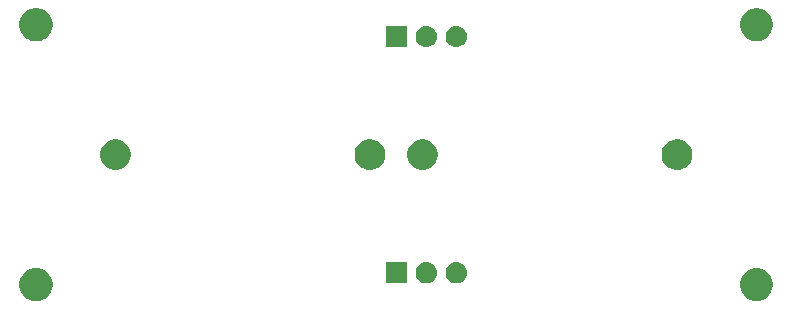
<source format=gbs>
G04 #@! TF.GenerationSoftware,KiCad,Pcbnew,5.1.4-e60b266~84~ubuntu18.04.1*
G04 #@! TF.CreationDate,2019-09-12T19:10:06+05:30*
G04 #@! TF.ProjectId,SenseCam_SFH4715AS_rev1,53656e73-6543-4616-9d5f-534648343731,rev?*
G04 #@! TF.SameCoordinates,Original*
G04 #@! TF.FileFunction,Soldermask,Bot*
G04 #@! TF.FilePolarity,Negative*
%FSLAX46Y46*%
G04 Gerber Fmt 4.6, Leading zero omitted, Abs format (unit mm)*
G04 Created by KiCad (PCBNEW 5.1.4-e60b266~84~ubuntu18.04.1) date 2019-09-12 19:10:06*
%MOMM*%
%LPD*%
G04 APERTURE LIST*
%ADD10C,0.100000*%
G04 APERTURE END LIST*
D10*
G36*
X12318433Y-32634893D02*
G01*
X12408657Y-32652839D01*
X12514267Y-32696585D01*
X12663621Y-32758449D01*
X12663622Y-32758450D01*
X12893086Y-32911772D01*
X13088228Y-33106914D01*
X13134807Y-33176625D01*
X13241551Y-33336379D01*
X13347161Y-33591344D01*
X13401000Y-33862012D01*
X13401000Y-34137988D01*
X13347161Y-34408656D01*
X13241551Y-34663621D01*
X13241550Y-34663622D01*
X13088228Y-34893086D01*
X12893086Y-35088228D01*
X12739763Y-35190675D01*
X12663621Y-35241551D01*
X12514267Y-35303415D01*
X12408657Y-35347161D01*
X12318433Y-35365107D01*
X12137988Y-35401000D01*
X11862012Y-35401000D01*
X11681567Y-35365107D01*
X11591343Y-35347161D01*
X11485733Y-35303415D01*
X11336379Y-35241551D01*
X11260237Y-35190675D01*
X11106914Y-35088228D01*
X10911772Y-34893086D01*
X10758450Y-34663622D01*
X10758449Y-34663621D01*
X10652839Y-34408656D01*
X10599000Y-34137988D01*
X10599000Y-33862012D01*
X10652839Y-33591344D01*
X10758449Y-33336379D01*
X10865193Y-33176625D01*
X10911772Y-33106914D01*
X11106914Y-32911772D01*
X11336378Y-32758450D01*
X11336379Y-32758449D01*
X11485733Y-32696585D01*
X11591343Y-32652839D01*
X11681567Y-32634893D01*
X11862012Y-32599000D01*
X12137988Y-32599000D01*
X12318433Y-32634893D01*
X12318433Y-32634893D01*
G37*
G36*
X73318433Y-32634893D02*
G01*
X73408657Y-32652839D01*
X73514267Y-32696585D01*
X73663621Y-32758449D01*
X73663622Y-32758450D01*
X73893086Y-32911772D01*
X74088228Y-33106914D01*
X74134807Y-33176625D01*
X74241551Y-33336379D01*
X74347161Y-33591344D01*
X74401000Y-33862012D01*
X74401000Y-34137988D01*
X74347161Y-34408656D01*
X74241551Y-34663621D01*
X74241550Y-34663622D01*
X74088228Y-34893086D01*
X73893086Y-35088228D01*
X73739763Y-35190675D01*
X73663621Y-35241551D01*
X73514267Y-35303415D01*
X73408657Y-35347161D01*
X73318433Y-35365107D01*
X73137988Y-35401000D01*
X72862012Y-35401000D01*
X72681567Y-35365107D01*
X72591343Y-35347161D01*
X72485733Y-35303415D01*
X72336379Y-35241551D01*
X72260237Y-35190675D01*
X72106914Y-35088228D01*
X71911772Y-34893086D01*
X71758450Y-34663622D01*
X71758449Y-34663621D01*
X71652839Y-34408656D01*
X71599000Y-34137988D01*
X71599000Y-33862012D01*
X71652839Y-33591344D01*
X71758449Y-33336379D01*
X71865193Y-33176625D01*
X71911772Y-33106914D01*
X72106914Y-32911772D01*
X72336378Y-32758450D01*
X72336379Y-32758449D01*
X72485733Y-32696585D01*
X72591343Y-32652839D01*
X72681567Y-32634893D01*
X72862012Y-32599000D01*
X73137988Y-32599000D01*
X73318433Y-32634893D01*
X73318433Y-32634893D01*
G37*
G36*
X47690443Y-32105519D02*
G01*
X47756627Y-32112037D01*
X47926466Y-32163557D01*
X48082991Y-32247222D01*
X48118729Y-32276552D01*
X48220186Y-32359814D01*
X48303448Y-32461271D01*
X48332778Y-32497009D01*
X48416443Y-32653534D01*
X48467963Y-32823373D01*
X48485359Y-33000000D01*
X48467963Y-33176627D01*
X48416443Y-33346466D01*
X48332778Y-33502991D01*
X48303448Y-33538729D01*
X48220186Y-33640186D01*
X48118729Y-33723448D01*
X48082991Y-33752778D01*
X47926466Y-33836443D01*
X47756627Y-33887963D01*
X47690442Y-33894482D01*
X47624260Y-33901000D01*
X47535740Y-33901000D01*
X47469558Y-33894482D01*
X47403373Y-33887963D01*
X47233534Y-33836443D01*
X47077009Y-33752778D01*
X47041271Y-33723448D01*
X46939814Y-33640186D01*
X46856552Y-33538729D01*
X46827222Y-33502991D01*
X46743557Y-33346466D01*
X46692037Y-33176627D01*
X46674641Y-33000000D01*
X46692037Y-32823373D01*
X46743557Y-32653534D01*
X46827222Y-32497009D01*
X46856552Y-32461271D01*
X46939814Y-32359814D01*
X47041271Y-32276552D01*
X47077009Y-32247222D01*
X47233534Y-32163557D01*
X47403373Y-32112037D01*
X47469557Y-32105519D01*
X47535740Y-32099000D01*
X47624260Y-32099000D01*
X47690443Y-32105519D01*
X47690443Y-32105519D01*
G37*
G36*
X45150443Y-32105519D02*
G01*
X45216627Y-32112037D01*
X45386466Y-32163557D01*
X45542991Y-32247222D01*
X45578729Y-32276552D01*
X45680186Y-32359814D01*
X45763448Y-32461271D01*
X45792778Y-32497009D01*
X45876443Y-32653534D01*
X45927963Y-32823373D01*
X45945359Y-33000000D01*
X45927963Y-33176627D01*
X45876443Y-33346466D01*
X45792778Y-33502991D01*
X45763448Y-33538729D01*
X45680186Y-33640186D01*
X45578729Y-33723448D01*
X45542991Y-33752778D01*
X45386466Y-33836443D01*
X45216627Y-33887963D01*
X45150442Y-33894482D01*
X45084260Y-33901000D01*
X44995740Y-33901000D01*
X44929558Y-33894482D01*
X44863373Y-33887963D01*
X44693534Y-33836443D01*
X44537009Y-33752778D01*
X44501271Y-33723448D01*
X44399814Y-33640186D01*
X44316552Y-33538729D01*
X44287222Y-33502991D01*
X44203557Y-33346466D01*
X44152037Y-33176627D01*
X44134641Y-33000000D01*
X44152037Y-32823373D01*
X44203557Y-32653534D01*
X44287222Y-32497009D01*
X44316552Y-32461271D01*
X44399814Y-32359814D01*
X44501271Y-32276552D01*
X44537009Y-32247222D01*
X44693534Y-32163557D01*
X44863373Y-32112037D01*
X44929557Y-32105519D01*
X44995740Y-32099000D01*
X45084260Y-32099000D01*
X45150443Y-32105519D01*
X45150443Y-32105519D01*
G37*
G36*
X43401000Y-33901000D02*
G01*
X41599000Y-33901000D01*
X41599000Y-32099000D01*
X43401000Y-32099000D01*
X43401000Y-33901000D01*
X43401000Y-33901000D01*
G37*
G36*
X45104487Y-21748996D02*
G01*
X45341253Y-21847068D01*
X45341255Y-21847069D01*
X45554339Y-21989447D01*
X45735553Y-22170661D01*
X45877932Y-22383747D01*
X45976004Y-22620513D01*
X46026000Y-22871861D01*
X46026000Y-23128139D01*
X45976004Y-23379487D01*
X45877932Y-23616253D01*
X45877931Y-23616255D01*
X45735553Y-23829339D01*
X45554339Y-24010553D01*
X45341255Y-24152931D01*
X45341254Y-24152932D01*
X45341253Y-24152932D01*
X45104487Y-24251004D01*
X44853139Y-24301000D01*
X44596861Y-24301000D01*
X44345513Y-24251004D01*
X44108747Y-24152932D01*
X44108746Y-24152932D01*
X44108745Y-24152931D01*
X43895661Y-24010553D01*
X43714447Y-23829339D01*
X43572069Y-23616255D01*
X43572068Y-23616253D01*
X43473996Y-23379487D01*
X43424000Y-23128139D01*
X43424000Y-22871861D01*
X43473996Y-22620513D01*
X43572068Y-22383747D01*
X43714447Y-22170661D01*
X43895661Y-21989447D01*
X44108745Y-21847069D01*
X44108747Y-21847068D01*
X44345513Y-21748996D01*
X44596861Y-21699000D01*
X44853139Y-21699000D01*
X45104487Y-21748996D01*
X45104487Y-21748996D01*
G37*
G36*
X66654487Y-21748996D02*
G01*
X66891253Y-21847068D01*
X66891255Y-21847069D01*
X67104339Y-21989447D01*
X67285553Y-22170661D01*
X67427932Y-22383747D01*
X67526004Y-22620513D01*
X67576000Y-22871861D01*
X67576000Y-23128139D01*
X67526004Y-23379487D01*
X67427932Y-23616253D01*
X67427931Y-23616255D01*
X67285553Y-23829339D01*
X67104339Y-24010553D01*
X66891255Y-24152931D01*
X66891254Y-24152932D01*
X66891253Y-24152932D01*
X66654487Y-24251004D01*
X66403139Y-24301000D01*
X66146861Y-24301000D01*
X65895513Y-24251004D01*
X65658747Y-24152932D01*
X65658746Y-24152932D01*
X65658745Y-24152931D01*
X65445661Y-24010553D01*
X65264447Y-23829339D01*
X65122069Y-23616255D01*
X65122068Y-23616253D01*
X65023996Y-23379487D01*
X64974000Y-23128139D01*
X64974000Y-22871861D01*
X65023996Y-22620513D01*
X65122068Y-22383747D01*
X65264447Y-22170661D01*
X65445661Y-21989447D01*
X65658745Y-21847069D01*
X65658747Y-21847068D01*
X65895513Y-21748996D01*
X66146861Y-21699000D01*
X66403139Y-21699000D01*
X66654487Y-21748996D01*
X66654487Y-21748996D01*
G37*
G36*
X40654487Y-21748996D02*
G01*
X40891253Y-21847068D01*
X40891255Y-21847069D01*
X41104339Y-21989447D01*
X41285553Y-22170661D01*
X41427932Y-22383747D01*
X41526004Y-22620513D01*
X41576000Y-22871861D01*
X41576000Y-23128139D01*
X41526004Y-23379487D01*
X41427932Y-23616253D01*
X41427931Y-23616255D01*
X41285553Y-23829339D01*
X41104339Y-24010553D01*
X40891255Y-24152931D01*
X40891254Y-24152932D01*
X40891253Y-24152932D01*
X40654487Y-24251004D01*
X40403139Y-24301000D01*
X40146861Y-24301000D01*
X39895513Y-24251004D01*
X39658747Y-24152932D01*
X39658746Y-24152932D01*
X39658745Y-24152931D01*
X39445661Y-24010553D01*
X39264447Y-23829339D01*
X39122069Y-23616255D01*
X39122068Y-23616253D01*
X39023996Y-23379487D01*
X38974000Y-23128139D01*
X38974000Y-22871861D01*
X39023996Y-22620513D01*
X39122068Y-22383747D01*
X39264447Y-22170661D01*
X39445661Y-21989447D01*
X39658745Y-21847069D01*
X39658747Y-21847068D01*
X39895513Y-21748996D01*
X40146861Y-21699000D01*
X40403139Y-21699000D01*
X40654487Y-21748996D01*
X40654487Y-21748996D01*
G37*
G36*
X19104487Y-21748996D02*
G01*
X19341253Y-21847068D01*
X19341255Y-21847069D01*
X19554339Y-21989447D01*
X19735553Y-22170661D01*
X19877932Y-22383747D01*
X19976004Y-22620513D01*
X20026000Y-22871861D01*
X20026000Y-23128139D01*
X19976004Y-23379487D01*
X19877932Y-23616253D01*
X19877931Y-23616255D01*
X19735553Y-23829339D01*
X19554339Y-24010553D01*
X19341255Y-24152931D01*
X19341254Y-24152932D01*
X19341253Y-24152932D01*
X19104487Y-24251004D01*
X18853139Y-24301000D01*
X18596861Y-24301000D01*
X18345513Y-24251004D01*
X18108747Y-24152932D01*
X18108746Y-24152932D01*
X18108745Y-24152931D01*
X17895661Y-24010553D01*
X17714447Y-23829339D01*
X17572069Y-23616255D01*
X17572068Y-23616253D01*
X17473996Y-23379487D01*
X17424000Y-23128139D01*
X17424000Y-22871861D01*
X17473996Y-22620513D01*
X17572068Y-22383747D01*
X17714447Y-22170661D01*
X17895661Y-21989447D01*
X18108745Y-21847069D01*
X18108747Y-21847068D01*
X18345513Y-21748996D01*
X18596861Y-21699000D01*
X18853139Y-21699000D01*
X19104487Y-21748996D01*
X19104487Y-21748996D01*
G37*
G36*
X47690443Y-12105519D02*
G01*
X47756627Y-12112037D01*
X47926466Y-12163557D01*
X48082991Y-12247222D01*
X48118729Y-12276552D01*
X48220186Y-12359814D01*
X48303448Y-12461271D01*
X48332778Y-12497009D01*
X48416443Y-12653534D01*
X48467963Y-12823373D01*
X48485359Y-13000000D01*
X48467963Y-13176627D01*
X48416443Y-13346466D01*
X48332778Y-13502991D01*
X48303448Y-13538729D01*
X48220186Y-13640186D01*
X48118729Y-13723448D01*
X48082991Y-13752778D01*
X47926466Y-13836443D01*
X47756627Y-13887963D01*
X47690443Y-13894481D01*
X47624260Y-13901000D01*
X47535740Y-13901000D01*
X47469557Y-13894481D01*
X47403373Y-13887963D01*
X47233534Y-13836443D01*
X47077009Y-13752778D01*
X47041271Y-13723448D01*
X46939814Y-13640186D01*
X46856552Y-13538729D01*
X46827222Y-13502991D01*
X46743557Y-13346466D01*
X46692037Y-13176627D01*
X46674641Y-13000000D01*
X46692037Y-12823373D01*
X46743557Y-12653534D01*
X46827222Y-12497009D01*
X46856552Y-12461271D01*
X46939814Y-12359814D01*
X47041271Y-12276552D01*
X47077009Y-12247222D01*
X47233534Y-12163557D01*
X47403373Y-12112037D01*
X47469557Y-12105519D01*
X47535740Y-12099000D01*
X47624260Y-12099000D01*
X47690443Y-12105519D01*
X47690443Y-12105519D01*
G37*
G36*
X45150443Y-12105519D02*
G01*
X45216627Y-12112037D01*
X45386466Y-12163557D01*
X45542991Y-12247222D01*
X45578729Y-12276552D01*
X45680186Y-12359814D01*
X45763448Y-12461271D01*
X45792778Y-12497009D01*
X45876443Y-12653534D01*
X45927963Y-12823373D01*
X45945359Y-13000000D01*
X45927963Y-13176627D01*
X45876443Y-13346466D01*
X45792778Y-13502991D01*
X45763448Y-13538729D01*
X45680186Y-13640186D01*
X45578729Y-13723448D01*
X45542991Y-13752778D01*
X45386466Y-13836443D01*
X45216627Y-13887963D01*
X45150443Y-13894481D01*
X45084260Y-13901000D01*
X44995740Y-13901000D01*
X44929557Y-13894481D01*
X44863373Y-13887963D01*
X44693534Y-13836443D01*
X44537009Y-13752778D01*
X44501271Y-13723448D01*
X44399814Y-13640186D01*
X44316552Y-13538729D01*
X44287222Y-13502991D01*
X44203557Y-13346466D01*
X44152037Y-13176627D01*
X44134641Y-13000000D01*
X44152037Y-12823373D01*
X44203557Y-12653534D01*
X44287222Y-12497009D01*
X44316552Y-12461271D01*
X44399814Y-12359814D01*
X44501271Y-12276552D01*
X44537009Y-12247222D01*
X44693534Y-12163557D01*
X44863373Y-12112037D01*
X44929557Y-12105519D01*
X44995740Y-12099000D01*
X45084260Y-12099000D01*
X45150443Y-12105519D01*
X45150443Y-12105519D01*
G37*
G36*
X43401000Y-13901000D02*
G01*
X41599000Y-13901000D01*
X41599000Y-12099000D01*
X43401000Y-12099000D01*
X43401000Y-13901000D01*
X43401000Y-13901000D01*
G37*
G36*
X12318433Y-10634893D02*
G01*
X12408657Y-10652839D01*
X12514267Y-10696585D01*
X12663621Y-10758449D01*
X12663622Y-10758450D01*
X12893086Y-10911772D01*
X13088228Y-11106914D01*
X13190675Y-11260237D01*
X13241551Y-11336379D01*
X13347161Y-11591344D01*
X13401000Y-11862012D01*
X13401000Y-12137988D01*
X13347161Y-12408656D01*
X13241551Y-12663621D01*
X13241550Y-12663622D01*
X13088228Y-12893086D01*
X12893086Y-13088228D01*
X12760790Y-13176625D01*
X12663621Y-13241551D01*
X12514267Y-13303415D01*
X12408657Y-13347161D01*
X12318433Y-13365107D01*
X12137988Y-13401000D01*
X11862012Y-13401000D01*
X11681567Y-13365107D01*
X11591343Y-13347161D01*
X11485733Y-13303415D01*
X11336379Y-13241551D01*
X11239210Y-13176625D01*
X11106914Y-13088228D01*
X10911772Y-12893086D01*
X10758450Y-12663622D01*
X10758449Y-12663621D01*
X10652839Y-12408656D01*
X10599000Y-12137988D01*
X10599000Y-11862012D01*
X10652839Y-11591344D01*
X10758449Y-11336379D01*
X10809325Y-11260237D01*
X10911772Y-11106914D01*
X11106914Y-10911772D01*
X11336378Y-10758450D01*
X11336379Y-10758449D01*
X11485733Y-10696585D01*
X11591343Y-10652839D01*
X11681567Y-10634893D01*
X11862012Y-10599000D01*
X12137988Y-10599000D01*
X12318433Y-10634893D01*
X12318433Y-10634893D01*
G37*
G36*
X73318433Y-10634893D02*
G01*
X73408657Y-10652839D01*
X73514267Y-10696585D01*
X73663621Y-10758449D01*
X73663622Y-10758450D01*
X73893086Y-10911772D01*
X74088228Y-11106914D01*
X74190675Y-11260237D01*
X74241551Y-11336379D01*
X74347161Y-11591344D01*
X74401000Y-11862012D01*
X74401000Y-12137988D01*
X74347161Y-12408656D01*
X74241551Y-12663621D01*
X74241550Y-12663622D01*
X74088228Y-12893086D01*
X73893086Y-13088228D01*
X73760790Y-13176625D01*
X73663621Y-13241551D01*
X73514267Y-13303415D01*
X73408657Y-13347161D01*
X73318433Y-13365107D01*
X73137988Y-13401000D01*
X72862012Y-13401000D01*
X72681567Y-13365107D01*
X72591343Y-13347161D01*
X72485733Y-13303415D01*
X72336379Y-13241551D01*
X72239210Y-13176625D01*
X72106914Y-13088228D01*
X71911772Y-12893086D01*
X71758450Y-12663622D01*
X71758449Y-12663621D01*
X71652839Y-12408656D01*
X71599000Y-12137988D01*
X71599000Y-11862012D01*
X71652839Y-11591344D01*
X71758449Y-11336379D01*
X71809325Y-11260237D01*
X71911772Y-11106914D01*
X72106914Y-10911772D01*
X72336378Y-10758450D01*
X72336379Y-10758449D01*
X72485733Y-10696585D01*
X72591343Y-10652839D01*
X72681567Y-10634893D01*
X72862012Y-10599000D01*
X73137988Y-10599000D01*
X73318433Y-10634893D01*
X73318433Y-10634893D01*
G37*
M02*

</source>
